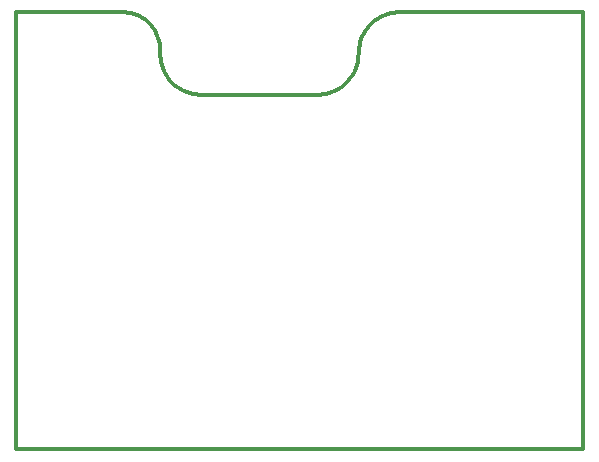
<source format=gko>
G04 Layer_Color=16720538*
%FSLAX25Y25*%
%MOIN*%
G70*
G01*
G75*
%ADD29C,0.01201*%
D29*
X226378Y244094D02*
X225395Y244059D01*
X224417Y243954D01*
X223449Y243780D01*
X222496Y243536D01*
X221563Y243226D01*
X220654Y242849D01*
X219774Y242409D01*
X218928Y241907D01*
X218120Y241346D01*
X217354Y240729D01*
X216634Y240059D01*
X215964Y239339D01*
X215347Y238573D01*
X214786Y237765D01*
X214284Y236919D01*
X213844Y236039D01*
X213467Y235130D01*
X213157Y234197D01*
X212913Y233244D01*
X212739Y232276D01*
X212633Y231298D01*
X212598Y230315D01*
X198819Y216535D02*
X199802Y216570D01*
X200780Y216676D01*
X201748Y216850D01*
X202701Y217094D01*
X203634Y217404D01*
X204543Y217781D01*
X205423Y218221D01*
X206269Y218723D01*
X207077Y219284D01*
X207842Y219901D01*
X208562Y220571D01*
X209233Y221291D01*
X209850Y222057D01*
X210411Y222865D01*
X210913Y223711D01*
X211353Y224591D01*
X211730Y225500D01*
X212040Y226433D01*
X212283Y227386D01*
X212458Y228354D01*
X212563Y229332D01*
X212598Y230315D01*
X146487Y231478D02*
X146448Y232468D01*
X146330Y233452D01*
X146136Y234424D01*
X145866Y235377D01*
X145523Y236307D01*
X145107Y237207D01*
X144622Y238071D01*
X144071Y238895D01*
X143457Y239672D01*
X142784Y240400D01*
X142056Y241072D01*
X141278Y241686D01*
X140453Y242236D01*
X139588Y242720D01*
X138688Y243134D01*
X137759Y243477D01*
X136805Y243746D01*
X135833Y243939D01*
X134848Y244056D01*
X133858Y244094D01*
X146457Y230315D02*
X146492Y229332D01*
X146597Y228354D01*
X146772Y227386D01*
X147015Y226433D01*
X147326Y225500D01*
X147702Y224591D01*
X148142Y223711D01*
X148644Y222865D01*
X149205Y222057D01*
X149822Y221291D01*
X150493Y220571D01*
X151213Y219901D01*
X151979Y219284D01*
X152787Y218723D01*
X153632Y218221D01*
X154512Y217781D01*
X155421Y217404D01*
X156354Y217094D01*
X157307Y216850D01*
X158275Y216676D01*
X159253Y216570D01*
X160236Y216535D01*
X98425Y244094D02*
X100394D01*
X226378Y244094D02*
X250000D01*
X100394Y244094D02*
X133858D01*
X250000Y244094D02*
X257874D01*
X287402D01*
X159449Y216535D02*
X198819D01*
X98425Y98425D02*
Y244094D01*
X287402Y98425D02*
Y244094D01*
X98425Y98425D02*
X287402D01*
X146487Y229232D02*
Y231478D01*
M02*

</source>
